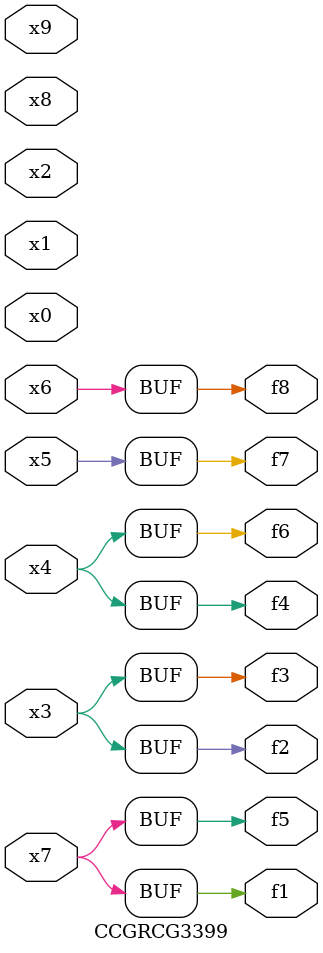
<source format=v>
module CCGRCG3399(
	input x0, x1, x2, x3, x4, x5, x6, x7, x8, x9,
	output f1, f2, f3, f4, f5, f6, f7, f8
);
	assign f1 = x7;
	assign f2 = x3;
	assign f3 = x3;
	assign f4 = x4;
	assign f5 = x7;
	assign f6 = x4;
	assign f7 = x5;
	assign f8 = x6;
endmodule

</source>
